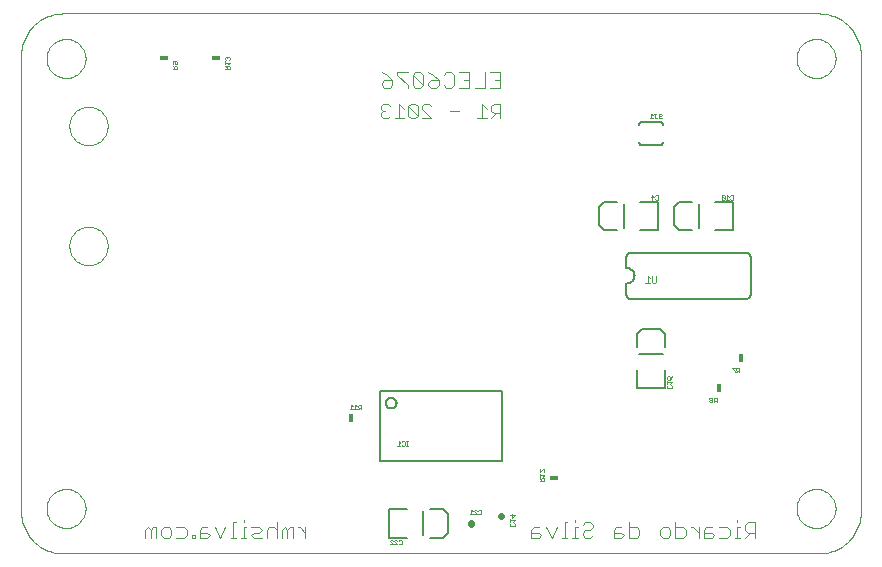
<source format=gbo>
G75*
G70*
%OFA0B0*%
%FSLAX24Y24*%
%IPPOS*%
%LPD*%
%AMOC8*
5,1,8,0,0,1.08239X$1,22.5*
%
%ADD10C,0.0000*%
%ADD11C,0.0040*%
%ADD12C,0.0080*%
%ADD13C,0.0010*%
%ADD14R,0.0300X0.0180*%
%ADD15C,0.0020*%
%ADD16C,0.0050*%
%ADD17R,0.0180X0.0300*%
%ADD18C,0.0060*%
%ADD19C,0.0220*%
D10*
X002504Y000463D02*
X027676Y000463D01*
X027750Y000465D01*
X027824Y000471D01*
X027897Y000480D01*
X027970Y000494D01*
X028042Y000511D01*
X028113Y000532D01*
X028183Y000557D01*
X028251Y000585D01*
X028318Y000617D01*
X028383Y000652D01*
X028446Y000691D01*
X028507Y000733D01*
X028566Y000778D01*
X028622Y000826D01*
X028676Y000877D01*
X028727Y000931D01*
X028775Y000987D01*
X028820Y001046D01*
X028862Y001107D01*
X028901Y001170D01*
X028936Y001235D01*
X028968Y001302D01*
X028996Y001370D01*
X029021Y001440D01*
X029042Y001511D01*
X029059Y001583D01*
X029073Y001656D01*
X029082Y001729D01*
X029088Y001803D01*
X029090Y001877D01*
X029090Y017049D01*
X029088Y017123D01*
X029082Y017197D01*
X029073Y017270D01*
X029059Y017343D01*
X029042Y017415D01*
X029021Y017486D01*
X028996Y017556D01*
X028968Y017624D01*
X028936Y017691D01*
X028901Y017756D01*
X028862Y017819D01*
X028820Y017880D01*
X028775Y017939D01*
X028727Y017995D01*
X028676Y018049D01*
X028622Y018100D01*
X028566Y018148D01*
X028507Y018193D01*
X028446Y018235D01*
X028383Y018274D01*
X028318Y018309D01*
X028251Y018341D01*
X028183Y018369D01*
X028113Y018394D01*
X028042Y018415D01*
X027970Y018432D01*
X027897Y018446D01*
X027824Y018455D01*
X027750Y018461D01*
X027676Y018463D01*
X002504Y018463D01*
X002430Y018461D01*
X002356Y018455D01*
X002283Y018446D01*
X002210Y018432D01*
X002138Y018415D01*
X002067Y018394D01*
X001997Y018369D01*
X001929Y018341D01*
X001862Y018309D01*
X001797Y018274D01*
X001734Y018235D01*
X001673Y018193D01*
X001614Y018148D01*
X001558Y018100D01*
X001504Y018049D01*
X001453Y017995D01*
X001405Y017939D01*
X001360Y017880D01*
X001318Y017819D01*
X001279Y017756D01*
X001244Y017691D01*
X001212Y017624D01*
X001184Y017556D01*
X001159Y017486D01*
X001138Y017415D01*
X001121Y017343D01*
X001107Y017270D01*
X001098Y017197D01*
X001092Y017123D01*
X001090Y017049D01*
X001090Y001877D01*
X001092Y001803D01*
X001098Y001729D01*
X001107Y001656D01*
X001121Y001583D01*
X001138Y001511D01*
X001159Y001440D01*
X001184Y001370D01*
X001212Y001302D01*
X001244Y001235D01*
X001279Y001170D01*
X001318Y001107D01*
X001360Y001046D01*
X001405Y000987D01*
X001453Y000931D01*
X001504Y000877D01*
X001558Y000826D01*
X001614Y000778D01*
X001673Y000733D01*
X001734Y000691D01*
X001797Y000652D01*
X001862Y000617D01*
X001929Y000585D01*
X001997Y000557D01*
X002067Y000532D01*
X002138Y000511D01*
X002210Y000494D01*
X002283Y000480D01*
X002356Y000471D01*
X002430Y000465D01*
X002504Y000463D01*
X001940Y001963D02*
X001942Y002013D01*
X001948Y002063D01*
X001958Y002113D01*
X001971Y002161D01*
X001988Y002209D01*
X002009Y002255D01*
X002033Y002299D01*
X002061Y002341D01*
X002092Y002381D01*
X002126Y002418D01*
X002163Y002453D01*
X002202Y002484D01*
X002243Y002513D01*
X002287Y002538D01*
X002333Y002560D01*
X002380Y002578D01*
X002428Y002592D01*
X002477Y002603D01*
X002527Y002610D01*
X002577Y002613D01*
X002628Y002612D01*
X002678Y002607D01*
X002728Y002598D01*
X002776Y002586D01*
X002824Y002569D01*
X002870Y002549D01*
X002915Y002526D01*
X002958Y002499D01*
X002998Y002469D01*
X003036Y002436D01*
X003071Y002400D01*
X003104Y002361D01*
X003133Y002320D01*
X003159Y002277D01*
X003182Y002232D01*
X003201Y002185D01*
X003216Y002137D01*
X003228Y002088D01*
X003236Y002038D01*
X003240Y001988D01*
X003240Y001938D01*
X003236Y001888D01*
X003228Y001838D01*
X003216Y001789D01*
X003201Y001741D01*
X003182Y001694D01*
X003159Y001649D01*
X003133Y001606D01*
X003104Y001565D01*
X003071Y001526D01*
X003036Y001490D01*
X002998Y001457D01*
X002958Y001427D01*
X002915Y001400D01*
X002870Y001377D01*
X002824Y001357D01*
X002776Y001340D01*
X002728Y001328D01*
X002678Y001319D01*
X002628Y001314D01*
X002577Y001313D01*
X002527Y001316D01*
X002477Y001323D01*
X002428Y001334D01*
X002380Y001348D01*
X002333Y001366D01*
X002287Y001388D01*
X002243Y001413D01*
X002202Y001442D01*
X002163Y001473D01*
X002126Y001508D01*
X002092Y001545D01*
X002061Y001585D01*
X002033Y001627D01*
X002009Y001671D01*
X001988Y001717D01*
X001971Y001765D01*
X001958Y001813D01*
X001948Y001863D01*
X001942Y001913D01*
X001940Y001963D01*
X002700Y010713D02*
X002702Y010763D01*
X002708Y010813D01*
X002718Y010862D01*
X002731Y010911D01*
X002749Y010958D01*
X002770Y011004D01*
X002794Y011047D01*
X002822Y011089D01*
X002853Y011129D01*
X002887Y011166D01*
X002924Y011200D01*
X002964Y011231D01*
X003006Y011259D01*
X003049Y011283D01*
X003095Y011304D01*
X003142Y011322D01*
X003191Y011335D01*
X003240Y011345D01*
X003290Y011351D01*
X003340Y011353D01*
X003390Y011351D01*
X003440Y011345D01*
X003489Y011335D01*
X003538Y011322D01*
X003585Y011304D01*
X003631Y011283D01*
X003674Y011259D01*
X003716Y011231D01*
X003756Y011200D01*
X003793Y011166D01*
X003827Y011129D01*
X003858Y011089D01*
X003886Y011047D01*
X003910Y011004D01*
X003931Y010958D01*
X003949Y010911D01*
X003962Y010862D01*
X003972Y010813D01*
X003978Y010763D01*
X003980Y010713D01*
X003978Y010663D01*
X003972Y010613D01*
X003962Y010564D01*
X003949Y010515D01*
X003931Y010468D01*
X003910Y010422D01*
X003886Y010379D01*
X003858Y010337D01*
X003827Y010297D01*
X003793Y010260D01*
X003756Y010226D01*
X003716Y010195D01*
X003674Y010167D01*
X003631Y010143D01*
X003585Y010122D01*
X003538Y010104D01*
X003489Y010091D01*
X003440Y010081D01*
X003390Y010075D01*
X003340Y010073D01*
X003290Y010075D01*
X003240Y010081D01*
X003191Y010091D01*
X003142Y010104D01*
X003095Y010122D01*
X003049Y010143D01*
X003006Y010167D01*
X002964Y010195D01*
X002924Y010226D01*
X002887Y010260D01*
X002853Y010297D01*
X002822Y010337D01*
X002794Y010379D01*
X002770Y010422D01*
X002749Y010468D01*
X002731Y010515D01*
X002718Y010564D01*
X002708Y010613D01*
X002702Y010663D01*
X002700Y010713D01*
X002700Y014713D02*
X002702Y014763D01*
X002708Y014813D01*
X002718Y014862D01*
X002731Y014911D01*
X002749Y014958D01*
X002770Y015004D01*
X002794Y015047D01*
X002822Y015089D01*
X002853Y015129D01*
X002887Y015166D01*
X002924Y015200D01*
X002964Y015231D01*
X003006Y015259D01*
X003049Y015283D01*
X003095Y015304D01*
X003142Y015322D01*
X003191Y015335D01*
X003240Y015345D01*
X003290Y015351D01*
X003340Y015353D01*
X003390Y015351D01*
X003440Y015345D01*
X003489Y015335D01*
X003538Y015322D01*
X003585Y015304D01*
X003631Y015283D01*
X003674Y015259D01*
X003716Y015231D01*
X003756Y015200D01*
X003793Y015166D01*
X003827Y015129D01*
X003858Y015089D01*
X003886Y015047D01*
X003910Y015004D01*
X003931Y014958D01*
X003949Y014911D01*
X003962Y014862D01*
X003972Y014813D01*
X003978Y014763D01*
X003980Y014713D01*
X003978Y014663D01*
X003972Y014613D01*
X003962Y014564D01*
X003949Y014515D01*
X003931Y014468D01*
X003910Y014422D01*
X003886Y014379D01*
X003858Y014337D01*
X003827Y014297D01*
X003793Y014260D01*
X003756Y014226D01*
X003716Y014195D01*
X003674Y014167D01*
X003631Y014143D01*
X003585Y014122D01*
X003538Y014104D01*
X003489Y014091D01*
X003440Y014081D01*
X003390Y014075D01*
X003340Y014073D01*
X003290Y014075D01*
X003240Y014081D01*
X003191Y014091D01*
X003142Y014104D01*
X003095Y014122D01*
X003049Y014143D01*
X003006Y014167D01*
X002964Y014195D01*
X002924Y014226D01*
X002887Y014260D01*
X002853Y014297D01*
X002822Y014337D01*
X002794Y014379D01*
X002770Y014422D01*
X002749Y014468D01*
X002731Y014515D01*
X002718Y014564D01*
X002708Y014613D01*
X002702Y014663D01*
X002700Y014713D01*
X001940Y016963D02*
X001942Y017013D01*
X001948Y017063D01*
X001958Y017113D01*
X001971Y017161D01*
X001988Y017209D01*
X002009Y017255D01*
X002033Y017299D01*
X002061Y017341D01*
X002092Y017381D01*
X002126Y017418D01*
X002163Y017453D01*
X002202Y017484D01*
X002243Y017513D01*
X002287Y017538D01*
X002333Y017560D01*
X002380Y017578D01*
X002428Y017592D01*
X002477Y017603D01*
X002527Y017610D01*
X002577Y017613D01*
X002628Y017612D01*
X002678Y017607D01*
X002728Y017598D01*
X002776Y017586D01*
X002824Y017569D01*
X002870Y017549D01*
X002915Y017526D01*
X002958Y017499D01*
X002998Y017469D01*
X003036Y017436D01*
X003071Y017400D01*
X003104Y017361D01*
X003133Y017320D01*
X003159Y017277D01*
X003182Y017232D01*
X003201Y017185D01*
X003216Y017137D01*
X003228Y017088D01*
X003236Y017038D01*
X003240Y016988D01*
X003240Y016938D01*
X003236Y016888D01*
X003228Y016838D01*
X003216Y016789D01*
X003201Y016741D01*
X003182Y016694D01*
X003159Y016649D01*
X003133Y016606D01*
X003104Y016565D01*
X003071Y016526D01*
X003036Y016490D01*
X002998Y016457D01*
X002958Y016427D01*
X002915Y016400D01*
X002870Y016377D01*
X002824Y016357D01*
X002776Y016340D01*
X002728Y016328D01*
X002678Y016319D01*
X002628Y016314D01*
X002577Y016313D01*
X002527Y016316D01*
X002477Y016323D01*
X002428Y016334D01*
X002380Y016348D01*
X002333Y016366D01*
X002287Y016388D01*
X002243Y016413D01*
X002202Y016442D01*
X002163Y016473D01*
X002126Y016508D01*
X002092Y016545D01*
X002061Y016585D01*
X002033Y016627D01*
X002009Y016671D01*
X001988Y016717D01*
X001971Y016765D01*
X001958Y016813D01*
X001948Y016863D01*
X001942Y016913D01*
X001940Y016963D01*
X026940Y016963D02*
X026942Y017013D01*
X026948Y017063D01*
X026958Y017113D01*
X026971Y017161D01*
X026988Y017209D01*
X027009Y017255D01*
X027033Y017299D01*
X027061Y017341D01*
X027092Y017381D01*
X027126Y017418D01*
X027163Y017453D01*
X027202Y017484D01*
X027243Y017513D01*
X027287Y017538D01*
X027333Y017560D01*
X027380Y017578D01*
X027428Y017592D01*
X027477Y017603D01*
X027527Y017610D01*
X027577Y017613D01*
X027628Y017612D01*
X027678Y017607D01*
X027728Y017598D01*
X027776Y017586D01*
X027824Y017569D01*
X027870Y017549D01*
X027915Y017526D01*
X027958Y017499D01*
X027998Y017469D01*
X028036Y017436D01*
X028071Y017400D01*
X028104Y017361D01*
X028133Y017320D01*
X028159Y017277D01*
X028182Y017232D01*
X028201Y017185D01*
X028216Y017137D01*
X028228Y017088D01*
X028236Y017038D01*
X028240Y016988D01*
X028240Y016938D01*
X028236Y016888D01*
X028228Y016838D01*
X028216Y016789D01*
X028201Y016741D01*
X028182Y016694D01*
X028159Y016649D01*
X028133Y016606D01*
X028104Y016565D01*
X028071Y016526D01*
X028036Y016490D01*
X027998Y016457D01*
X027958Y016427D01*
X027915Y016400D01*
X027870Y016377D01*
X027824Y016357D01*
X027776Y016340D01*
X027728Y016328D01*
X027678Y016319D01*
X027628Y016314D01*
X027577Y016313D01*
X027527Y016316D01*
X027477Y016323D01*
X027428Y016334D01*
X027380Y016348D01*
X027333Y016366D01*
X027287Y016388D01*
X027243Y016413D01*
X027202Y016442D01*
X027163Y016473D01*
X027126Y016508D01*
X027092Y016545D01*
X027061Y016585D01*
X027033Y016627D01*
X027009Y016671D01*
X026988Y016717D01*
X026971Y016765D01*
X026958Y016813D01*
X026948Y016863D01*
X026942Y016913D01*
X026940Y016963D01*
X026940Y001963D02*
X026942Y002013D01*
X026948Y002063D01*
X026958Y002113D01*
X026971Y002161D01*
X026988Y002209D01*
X027009Y002255D01*
X027033Y002299D01*
X027061Y002341D01*
X027092Y002381D01*
X027126Y002418D01*
X027163Y002453D01*
X027202Y002484D01*
X027243Y002513D01*
X027287Y002538D01*
X027333Y002560D01*
X027380Y002578D01*
X027428Y002592D01*
X027477Y002603D01*
X027527Y002610D01*
X027577Y002613D01*
X027628Y002612D01*
X027678Y002607D01*
X027728Y002598D01*
X027776Y002586D01*
X027824Y002569D01*
X027870Y002549D01*
X027915Y002526D01*
X027958Y002499D01*
X027998Y002469D01*
X028036Y002436D01*
X028071Y002400D01*
X028104Y002361D01*
X028133Y002320D01*
X028159Y002277D01*
X028182Y002232D01*
X028201Y002185D01*
X028216Y002137D01*
X028228Y002088D01*
X028236Y002038D01*
X028240Y001988D01*
X028240Y001938D01*
X028236Y001888D01*
X028228Y001838D01*
X028216Y001789D01*
X028201Y001741D01*
X028182Y001694D01*
X028159Y001649D01*
X028133Y001606D01*
X028104Y001565D01*
X028071Y001526D01*
X028036Y001490D01*
X027998Y001457D01*
X027958Y001427D01*
X027915Y001400D01*
X027870Y001377D01*
X027824Y001357D01*
X027776Y001340D01*
X027728Y001328D01*
X027678Y001319D01*
X027628Y001314D01*
X027577Y001313D01*
X027527Y001316D01*
X027477Y001323D01*
X027428Y001334D01*
X027380Y001348D01*
X027333Y001366D01*
X027287Y001388D01*
X027243Y001413D01*
X027202Y001442D01*
X027163Y001473D01*
X027126Y001508D01*
X027092Y001545D01*
X027061Y001585D01*
X027033Y001627D01*
X027009Y001671D01*
X026988Y001717D01*
X026971Y001765D01*
X026958Y001813D01*
X026948Y001863D01*
X026942Y001913D01*
X026940Y001963D01*
D11*
X025570Y001503D02*
X025310Y001503D01*
X025223Y001417D01*
X025223Y001243D01*
X025310Y001156D01*
X025570Y001156D01*
X025570Y000983D02*
X025570Y001503D01*
X025397Y001156D02*
X025223Y000983D01*
X025054Y000983D02*
X024881Y000983D01*
X024968Y000983D02*
X024968Y001330D01*
X025054Y001330D01*
X024968Y001503D02*
X024968Y001590D01*
X024624Y001330D02*
X024711Y001243D01*
X024711Y001070D01*
X024624Y000983D01*
X024364Y000983D01*
X024195Y001070D02*
X024108Y000983D01*
X023848Y000983D01*
X023848Y001243D01*
X023935Y001330D01*
X024108Y001330D01*
X024108Y001156D02*
X023848Y001156D01*
X023679Y001156D02*
X023506Y001330D01*
X023419Y001330D01*
X023250Y001243D02*
X023163Y001330D01*
X022903Y001330D01*
X022903Y001503D02*
X022903Y000983D01*
X023163Y000983D01*
X023250Y001070D01*
X023250Y001243D01*
X023679Y001330D02*
X023679Y000983D01*
X024108Y001156D02*
X024195Y001070D01*
X024364Y001330D02*
X024624Y001330D01*
X022734Y001243D02*
X022734Y001070D01*
X022647Y000983D01*
X022474Y000983D01*
X022387Y001070D01*
X022387Y001243D01*
X022474Y001330D01*
X022647Y001330D01*
X022734Y001243D01*
X021703Y001243D02*
X021703Y001070D01*
X021616Y000983D01*
X021356Y000983D01*
X021356Y001503D01*
X021356Y001330D02*
X021616Y001330D01*
X021703Y001243D01*
X021187Y001070D02*
X021100Y001156D01*
X020840Y001156D01*
X020840Y001243D02*
X020840Y000983D01*
X021100Y000983D01*
X021187Y001070D01*
X021100Y001330D02*
X020927Y001330D01*
X020840Y001243D01*
X020156Y001330D02*
X020069Y001243D01*
X019896Y001243D01*
X019809Y001156D01*
X019809Y001070D01*
X019896Y000983D01*
X020069Y000983D01*
X020156Y001070D01*
X020156Y001330D02*
X020156Y001417D01*
X020069Y001503D01*
X019896Y001503D01*
X019809Y001417D01*
X019640Y001330D02*
X019553Y001330D01*
X019553Y000983D01*
X019467Y000983D02*
X019640Y000983D01*
X019296Y000983D02*
X019123Y000983D01*
X019210Y000983D02*
X019210Y001503D01*
X019296Y001503D01*
X019553Y001503D02*
X019553Y001590D01*
X018953Y001330D02*
X018779Y000983D01*
X018606Y001330D01*
X018350Y001330D02*
X018177Y001330D01*
X018090Y001243D01*
X018090Y000983D01*
X018350Y000983D01*
X018437Y001070D01*
X018350Y001156D01*
X018090Y001156D01*
X010570Y001156D02*
X010397Y001330D01*
X010310Y001330D01*
X010140Y001330D02*
X010054Y001330D01*
X009967Y001243D01*
X009880Y001330D01*
X009793Y001243D01*
X009793Y000983D01*
X009625Y000983D02*
X009625Y001503D01*
X009538Y001330D02*
X009364Y001330D01*
X009278Y001243D01*
X009278Y000983D01*
X009109Y000983D02*
X008849Y000983D01*
X008762Y001070D01*
X008849Y001156D01*
X009022Y001156D01*
X009109Y001243D01*
X009022Y001330D01*
X008762Y001330D01*
X008593Y001330D02*
X008507Y001330D01*
X008507Y000983D01*
X008593Y000983D02*
X008420Y000983D01*
X008250Y000983D02*
X008076Y000983D01*
X008163Y000983D02*
X008163Y001503D01*
X008250Y001503D01*
X008507Y001503D02*
X008507Y001590D01*
X007906Y001330D02*
X007732Y000983D01*
X007559Y001330D01*
X007303Y001330D02*
X007130Y001330D01*
X007043Y001243D01*
X007043Y000983D01*
X007303Y000983D01*
X007390Y001070D01*
X007303Y001156D01*
X007043Y001156D01*
X006875Y001070D02*
X006788Y001070D01*
X006788Y000983D01*
X006875Y000983D01*
X006875Y001070D01*
X006617Y001070D02*
X006530Y000983D01*
X006270Y000983D01*
X006101Y001070D02*
X006014Y000983D01*
X005841Y000983D01*
X005754Y001070D01*
X005754Y001243D01*
X005841Y001330D01*
X006014Y001330D01*
X006101Y001243D01*
X006101Y001070D01*
X006270Y001330D02*
X006530Y001330D01*
X006617Y001243D01*
X006617Y001070D01*
X005585Y000983D02*
X005585Y001330D01*
X005499Y001330D01*
X005412Y001243D01*
X005325Y001330D01*
X005239Y001243D01*
X005239Y000983D01*
X005412Y000983D02*
X005412Y001243D01*
X009538Y001330D02*
X009625Y001243D01*
X009967Y001243D02*
X009967Y000983D01*
X010140Y000983D02*
X010140Y001330D01*
X010570Y001330D02*
X010570Y000983D01*
X013157Y014983D02*
X013310Y014983D01*
X013387Y015060D01*
X013540Y014983D02*
X013847Y014983D01*
X013694Y014983D02*
X013694Y015443D01*
X013847Y015290D01*
X014001Y015366D02*
X014001Y015060D01*
X014077Y014983D01*
X014231Y014983D01*
X014308Y015060D01*
X014001Y015366D01*
X014077Y015443D01*
X014231Y015443D01*
X014308Y015366D01*
X014308Y015060D01*
X014461Y014983D02*
X014768Y014983D01*
X014461Y015290D01*
X014461Y015366D01*
X014538Y015443D01*
X014691Y015443D01*
X014768Y015366D01*
X015382Y015213D02*
X015689Y015213D01*
X016303Y014983D02*
X016610Y014983D01*
X016763Y014983D02*
X016917Y015136D01*
X016840Y015136D02*
X017070Y015136D01*
X017070Y014983D02*
X017070Y015443D01*
X016840Y015443D01*
X016763Y015366D01*
X016763Y015213D01*
X016840Y015136D01*
X016610Y015290D02*
X016456Y015443D01*
X016456Y014983D01*
X016554Y015983D02*
X016207Y015983D01*
X016039Y015983D02*
X015692Y015983D01*
X015523Y016070D02*
X015436Y015983D01*
X015263Y015983D01*
X015176Y016070D01*
X015007Y016070D02*
X014921Y015983D01*
X014747Y015983D01*
X014660Y016070D01*
X014660Y016156D01*
X014747Y016243D01*
X015007Y016243D01*
X015007Y016070D01*
X015007Y016243D02*
X014834Y016417D01*
X014660Y016503D01*
X014492Y016417D02*
X014405Y016503D01*
X014232Y016503D01*
X014145Y016417D01*
X014492Y016070D01*
X014405Y015983D01*
X014232Y015983D01*
X014145Y016070D01*
X014145Y016417D01*
X013976Y016503D02*
X013629Y016503D01*
X013629Y016417D01*
X013976Y016070D01*
X013976Y015983D01*
X014492Y016070D02*
X014492Y016417D01*
X015176Y016417D02*
X015263Y016503D01*
X015436Y016503D01*
X015523Y016417D01*
X015523Y016070D01*
X015865Y016243D02*
X016039Y016243D01*
X016039Y016503D02*
X016039Y015983D01*
X016554Y015983D02*
X016554Y016503D01*
X016723Y016503D02*
X017070Y016503D01*
X017070Y015983D01*
X016723Y015983D01*
X016897Y016243D02*
X017070Y016243D01*
X016039Y016503D02*
X015692Y016503D01*
X013461Y016243D02*
X013461Y016070D01*
X013374Y015983D01*
X013200Y015983D01*
X013114Y016070D01*
X013114Y016156D01*
X013200Y016243D01*
X013461Y016243D01*
X013287Y016417D01*
X013114Y016503D01*
X013157Y015443D02*
X013080Y015366D01*
X013080Y015290D01*
X013157Y015213D01*
X013080Y015136D01*
X013080Y015060D01*
X013157Y014983D01*
X013157Y015213D02*
X013233Y015213D01*
X013387Y015366D02*
X013310Y015443D01*
X013157Y015443D01*
D12*
X020356Y012028D02*
X020356Y011398D01*
X020513Y011240D01*
X020946Y011240D01*
X021734Y011240D02*
X022324Y011240D01*
X022324Y012185D01*
X021734Y012185D01*
X020946Y012185D02*
X020513Y012185D01*
X020356Y012028D01*
X021420Y010479D02*
X025299Y010479D01*
X025300Y010480D02*
X025320Y010475D01*
X025339Y010467D01*
X025357Y010456D01*
X025373Y010443D01*
X025386Y010427D01*
X025397Y010410D01*
X025405Y010391D01*
X025410Y010371D01*
X025412Y010350D01*
X025411Y010329D01*
X025410Y010329D02*
X025410Y009097D01*
X025408Y009074D01*
X025403Y009051D01*
X025394Y009029D01*
X025381Y009009D01*
X025366Y008991D01*
X025348Y008976D01*
X025328Y008963D01*
X025306Y008954D01*
X025283Y008949D01*
X025260Y008947D01*
X021420Y008947D01*
X021420Y008946D02*
X021396Y008951D01*
X021373Y008959D01*
X021352Y008970D01*
X021332Y008984D01*
X021314Y009001D01*
X021299Y009020D01*
X021286Y009041D01*
X021277Y009063D01*
X021271Y009087D01*
X021269Y009111D01*
X021270Y009136D01*
X021270Y009141D02*
X021270Y009473D01*
X021290Y009473D02*
X021320Y009475D01*
X021350Y009480D01*
X021379Y009489D01*
X021406Y009502D01*
X021432Y009517D01*
X021456Y009536D01*
X021477Y009557D01*
X021496Y009581D01*
X021511Y009607D01*
X021524Y009634D01*
X021533Y009663D01*
X021538Y009693D01*
X021540Y009723D01*
X021538Y009753D01*
X021533Y009783D01*
X021524Y009812D01*
X021511Y009839D01*
X021496Y009865D01*
X021477Y009889D01*
X021456Y009910D01*
X021432Y009929D01*
X021406Y009944D01*
X021379Y009957D01*
X021350Y009966D01*
X021320Y009971D01*
X021290Y009973D01*
X021270Y009973D02*
X021270Y010368D01*
X021269Y010369D02*
X021274Y010389D01*
X021282Y010408D01*
X021293Y010426D01*
X021306Y010442D01*
X021322Y010455D01*
X021339Y010466D01*
X021358Y010474D01*
X021378Y010479D01*
X021399Y010481D01*
X021420Y010480D01*
X022856Y011398D02*
X023013Y011240D01*
X023446Y011240D01*
X022856Y011398D02*
X022856Y012028D01*
X023013Y012185D01*
X023446Y012185D01*
X024234Y012185D02*
X024824Y012185D01*
X024824Y011240D01*
X024234Y011240D01*
X022405Y014069D02*
X021775Y014069D01*
X021775Y014070D02*
X021759Y014075D01*
X021743Y014083D01*
X021729Y014093D01*
X021717Y014105D01*
X021707Y014120D01*
X021700Y014136D01*
X021696Y014153D01*
X021695Y014170D01*
X021697Y014188D01*
X021697Y014738D02*
X021695Y014756D01*
X021696Y014773D01*
X021700Y014790D01*
X021707Y014806D01*
X021717Y014821D01*
X021729Y014833D01*
X021743Y014843D01*
X021759Y014851D01*
X021775Y014856D01*
X021775Y014857D02*
X022405Y014857D01*
X022405Y014856D02*
X022421Y014851D01*
X022437Y014843D01*
X022451Y014833D01*
X022463Y014821D01*
X022473Y014806D01*
X022480Y014790D01*
X022484Y014773D01*
X022485Y014756D01*
X022483Y014738D01*
X022483Y014188D02*
X022485Y014170D01*
X022484Y014153D01*
X022480Y014136D01*
X022473Y014120D01*
X022463Y014105D01*
X022451Y014093D01*
X022437Y014083D01*
X022421Y014075D01*
X022405Y014070D01*
X022405Y007947D02*
X021775Y007947D01*
X021618Y007790D01*
X021618Y007357D01*
X022562Y007357D02*
X022562Y007790D01*
X022405Y007947D01*
X022562Y006569D02*
X022562Y005979D01*
X021618Y005979D01*
X021618Y006569D01*
X015324Y001778D02*
X015167Y001935D01*
X014734Y001935D01*
X015324Y001778D02*
X015324Y001148D01*
X015167Y000990D01*
X014734Y000990D01*
X013946Y000990D02*
X013356Y000990D01*
X013356Y001935D01*
X013946Y001935D01*
D13*
X013752Y000914D02*
X013777Y000889D01*
X013777Y000789D01*
X013752Y000764D01*
X013702Y000764D01*
X013677Y000789D01*
X013630Y000764D02*
X013530Y000864D01*
X013530Y000889D01*
X013555Y000914D01*
X013605Y000914D01*
X013630Y000889D01*
X013677Y000889D02*
X013702Y000914D01*
X013752Y000914D01*
X013630Y000764D02*
X013530Y000764D01*
X013482Y000764D02*
X013382Y000864D01*
X013382Y000889D01*
X013407Y000914D01*
X013457Y000914D01*
X013482Y000889D01*
X013482Y000764D02*
X013382Y000764D01*
X016040Y001768D02*
X016140Y001768D01*
X016188Y001768D02*
X016288Y001768D01*
X016188Y001868D01*
X016188Y001893D01*
X016213Y001918D01*
X016263Y001918D01*
X016288Y001893D01*
X016335Y001893D02*
X016360Y001918D01*
X016410Y001918D01*
X016435Y001893D01*
X016435Y001793D01*
X016410Y001768D01*
X016360Y001768D01*
X016335Y001793D01*
X016140Y001868D02*
X016090Y001918D01*
X016090Y001768D01*
X017395Y001738D02*
X017545Y001738D01*
X017470Y001662D01*
X017470Y001763D01*
X017395Y001615D02*
X017395Y001515D01*
X017395Y001565D02*
X017545Y001565D01*
X017495Y001515D01*
X017520Y001468D02*
X017545Y001443D01*
X017545Y001393D01*
X017520Y001368D01*
X017420Y001368D01*
X017395Y001393D01*
X017395Y001443D01*
X017420Y001468D01*
X018385Y002876D02*
X018535Y002876D01*
X018535Y002951D01*
X018510Y002976D01*
X018460Y002976D01*
X018435Y002951D01*
X018435Y002876D01*
X018435Y002926D02*
X018385Y002976D01*
X018385Y003023D02*
X018385Y003123D01*
X018385Y003171D02*
X018485Y003271D01*
X018510Y003271D01*
X018535Y003246D01*
X018535Y003196D01*
X018510Y003171D01*
X018535Y003073D02*
X018385Y003073D01*
X018385Y003171D02*
X018385Y003271D01*
X018535Y003073D02*
X018485Y003023D01*
X013978Y004058D02*
X013928Y004058D01*
X013953Y004058D02*
X013953Y004208D01*
X013978Y004208D02*
X013928Y004208D01*
X013880Y004183D02*
X013880Y004083D01*
X013855Y004058D01*
X013805Y004058D01*
X013780Y004083D01*
X013732Y004058D02*
X013632Y004058D01*
X013682Y004058D02*
X013682Y004208D01*
X013732Y004158D01*
X013780Y004183D02*
X013805Y004208D01*
X013855Y004208D01*
X013880Y004183D01*
X012435Y005268D02*
X012435Y005418D01*
X012360Y005418D01*
X012335Y005393D01*
X012335Y005343D01*
X012360Y005318D01*
X012435Y005318D01*
X012385Y005318D02*
X012335Y005268D01*
X012288Y005268D02*
X012188Y005268D01*
X012140Y005268D02*
X012040Y005268D01*
X012090Y005268D02*
X012090Y005418D01*
X012140Y005368D01*
X012238Y005418D02*
X012238Y005268D01*
X012288Y005368D02*
X012238Y005418D01*
X022639Y005993D02*
X022664Y005968D01*
X022764Y005968D01*
X022789Y005993D01*
X022789Y006043D01*
X022764Y006068D01*
X022739Y006115D02*
X022789Y006165D01*
X022639Y006165D01*
X022639Y006115D02*
X022639Y006215D01*
X022664Y006262D02*
X022639Y006288D01*
X022639Y006338D01*
X022664Y006363D01*
X022689Y006363D01*
X022714Y006338D01*
X022714Y006262D01*
X022664Y006262D01*
X022714Y006262D02*
X022764Y006313D01*
X022789Y006363D01*
X022664Y006068D02*
X022639Y006043D01*
X022639Y005993D01*
X024032Y005633D02*
X024032Y005608D01*
X024057Y005583D01*
X024107Y005583D01*
X024132Y005608D01*
X024132Y005633D01*
X024107Y005658D01*
X024057Y005658D01*
X024032Y005633D01*
X024057Y005583D02*
X024032Y005558D01*
X024032Y005533D01*
X024057Y005508D01*
X024107Y005508D01*
X024132Y005533D01*
X024132Y005558D01*
X024107Y005583D01*
X024180Y005583D02*
X024205Y005558D01*
X024280Y005558D01*
X024280Y005508D02*
X024280Y005658D01*
X024205Y005658D01*
X024180Y005633D01*
X024180Y005583D01*
X024230Y005558D02*
X024180Y005508D01*
X024882Y006508D02*
X024882Y006533D01*
X024782Y006633D01*
X024782Y006658D01*
X024882Y006658D01*
X024930Y006633D02*
X024930Y006583D01*
X024955Y006558D01*
X025030Y006558D01*
X025030Y006508D02*
X025030Y006658D01*
X024955Y006658D01*
X024930Y006633D01*
X024980Y006558D02*
X024930Y006508D01*
X024810Y012262D02*
X024760Y012262D01*
X024735Y012287D01*
X024688Y012262D02*
X024588Y012262D01*
X024638Y012262D02*
X024638Y012412D01*
X024688Y012362D01*
X024735Y012387D02*
X024760Y012412D01*
X024810Y012412D01*
X024835Y012387D01*
X024835Y012287D01*
X024810Y012262D01*
X024540Y012287D02*
X024540Y012387D01*
X024515Y012412D01*
X024465Y012412D01*
X024440Y012387D01*
X024540Y012287D01*
X024515Y012262D01*
X024465Y012262D01*
X024440Y012287D01*
X024440Y012387D01*
X022335Y012387D02*
X022335Y012287D01*
X022310Y012262D01*
X022260Y012262D01*
X022235Y012287D01*
X022188Y012337D02*
X022088Y012337D01*
X022113Y012412D02*
X022188Y012337D01*
X022235Y012387D02*
X022260Y012412D01*
X022310Y012412D01*
X022335Y012387D01*
X022113Y012412D02*
X022113Y012262D01*
X022098Y014968D02*
X022098Y015118D01*
X022148Y015068D01*
X022195Y015118D02*
X022245Y015118D01*
X022220Y015118D02*
X022220Y014993D01*
X022245Y014968D01*
X022270Y014968D01*
X022295Y014993D01*
X022342Y014993D02*
X022367Y014968D01*
X022417Y014968D01*
X022442Y014993D01*
X022417Y015043D02*
X022367Y015043D01*
X022342Y015018D01*
X022342Y014993D01*
X022417Y015043D02*
X022442Y015068D01*
X022442Y015093D01*
X022417Y015118D01*
X022367Y015118D01*
X022342Y015093D01*
X022148Y014968D02*
X022048Y014968D01*
X008045Y016618D02*
X008045Y016693D01*
X008020Y016718D01*
X007970Y016718D01*
X007945Y016693D01*
X007945Y016618D01*
X007945Y016668D02*
X007895Y016718D01*
X007895Y016765D02*
X007895Y016865D01*
X007895Y016815D02*
X008045Y016815D01*
X007995Y016765D01*
X008020Y016912D02*
X008045Y016938D01*
X008045Y016988D01*
X008020Y017013D01*
X007995Y017013D01*
X007970Y016988D01*
X007945Y017013D01*
X007920Y017013D01*
X007895Y016988D01*
X007895Y016938D01*
X007920Y016912D01*
X007970Y016963D02*
X007970Y016988D01*
X007895Y016618D02*
X008045Y016618D01*
X006295Y016618D02*
X006295Y016693D01*
X006270Y016718D01*
X006220Y016718D01*
X006195Y016693D01*
X006195Y016618D01*
X006195Y016668D02*
X006145Y016718D01*
X006170Y016765D02*
X006145Y016790D01*
X006145Y016840D01*
X006170Y016865D01*
X006270Y016865D01*
X006295Y016840D01*
X006295Y016790D01*
X006270Y016765D01*
X006245Y016765D01*
X006220Y016790D01*
X006220Y016865D01*
X006145Y016618D02*
X006295Y016618D01*
D14*
X005840Y016963D03*
X007590Y016963D03*
X018840Y002963D03*
D15*
X021904Y009483D02*
X022051Y009483D01*
X021978Y009483D02*
X021978Y009703D01*
X022051Y009630D01*
X022125Y009703D02*
X022125Y009520D01*
X022162Y009483D01*
X022235Y009483D01*
X022272Y009520D01*
X022272Y009703D01*
D16*
X021190Y011313D02*
X021190Y012113D01*
X023690Y012113D02*
X023690Y011313D01*
X022490Y007113D02*
X021690Y007113D01*
X014490Y001863D02*
X014490Y001063D01*
D17*
X012090Y004963D03*
X024340Y005963D03*
X025090Y006963D03*
D18*
X017137Y005864D02*
X017137Y003561D01*
X013043Y003561D01*
X013043Y005864D01*
X017137Y005864D01*
X013246Y005481D02*
X013248Y005507D01*
X013254Y005533D01*
X013263Y005558D01*
X013276Y005581D01*
X013292Y005602D01*
X013311Y005620D01*
X013333Y005636D01*
X013356Y005648D01*
X013381Y005656D01*
X013407Y005661D01*
X013434Y005662D01*
X013460Y005659D01*
X013485Y005652D01*
X013510Y005642D01*
X013532Y005628D01*
X013553Y005611D01*
X013570Y005592D01*
X013585Y005570D01*
X013596Y005546D01*
X013604Y005520D01*
X013608Y005494D01*
X013608Y005468D01*
X013604Y005442D01*
X013596Y005416D01*
X013585Y005392D01*
X013570Y005370D01*
X013553Y005351D01*
X013532Y005334D01*
X013510Y005320D01*
X013485Y005310D01*
X013460Y005303D01*
X013434Y005300D01*
X013407Y005301D01*
X013381Y005306D01*
X013356Y005314D01*
X013333Y005326D01*
X013311Y005342D01*
X013292Y005360D01*
X013276Y005381D01*
X013263Y005404D01*
X013254Y005429D01*
X013248Y005455D01*
X013246Y005481D01*
D19*
X017078Y001713D02*
X017102Y001713D01*
X016090Y001475D02*
X016090Y001451D01*
M02*

</source>
